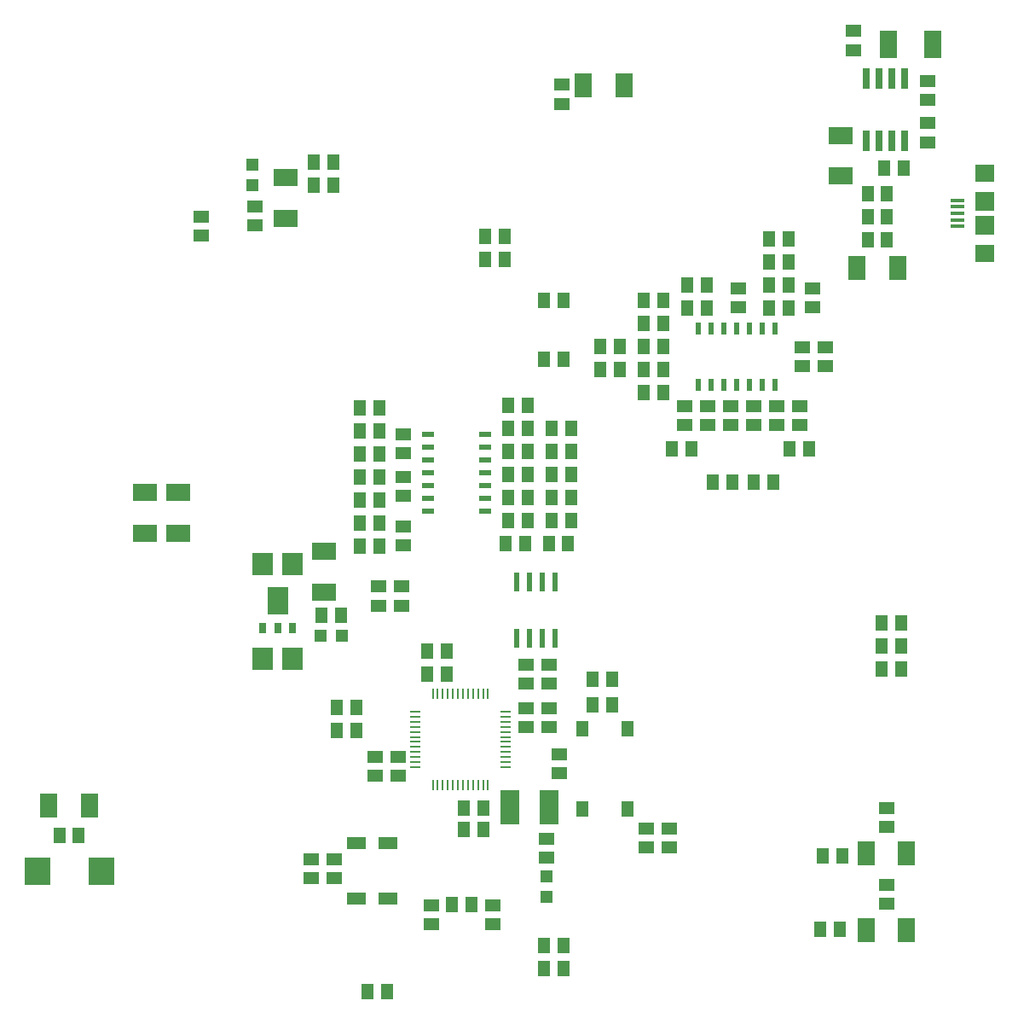
<source format=gbr>
G04 EAGLE Gerber RS-274X export*
G75*
%MOMM*%
%FSLAX34Y34*%
%LPD*%
%INSolderpaste Top*%
%IPPOS*%
%AMOC8*
5,1,8,0,0,1.08239X$1,22.5*%
G01*
%ADD10R,1.300000X1.500000*%
%ADD11R,1.500000X1.300000*%
%ADD12R,2.000000X2.200000*%
%ADD13R,2.550000X2.700000*%
%ADD14R,1.800000X2.400000*%
%ADD15R,2.400000X1.800000*%
%ADD16R,1.900000X3.400000*%
%ADD17R,1.350000X0.400000*%
%ADD18R,1.900000X1.800000*%
%ADD19R,1.900000X1.900000*%
%ADD20R,1.200000X1.200000*%
%ADD21R,1.300000X1.600000*%
%ADD22R,1.600000X1.300000*%
%ADD23R,1.300000X1.550000*%
%ADD24R,0.200000X1.000000*%
%ADD25R,1.000000X0.200000*%
%ADD26R,0.700000X1.100000*%
%ADD27R,2.000000X2.800000*%
%ADD28R,0.609600X1.905000*%
%ADD29R,0.600000X1.905000*%
%ADD30R,1.200000X0.600000*%
%ADD31R,0.600000X1.200000*%
%ADD32R,0.660400X2.032000*%
%ADD33R,1.900000X1.300000*%
%ADD34R,1.800000X2.700000*%


D10*
X486004Y193548D03*
X467004Y193548D03*
D11*
X563880Y932790D03*
X563880Y913790D03*
X853440Y986130D03*
X853440Y967130D03*
D12*
X296940Y457200D03*
X266940Y457200D03*
D10*
X318160Y833120D03*
X337160Y833120D03*
X318160Y855980D03*
X337160Y855980D03*
X884580Y849630D03*
X903580Y849630D03*
D11*
X551180Y314300D03*
X551180Y295300D03*
D10*
X595020Y317500D03*
X614020Y317500D03*
D11*
X495300Y118720D03*
X495300Y99720D03*
X434340Y118720D03*
X434340Y99720D03*
X314960Y164440D03*
X314960Y145440D03*
X337820Y164440D03*
X337820Y145440D03*
D10*
X511200Y568960D03*
X530200Y568960D03*
X573380Y546100D03*
X554380Y546100D03*
X530200Y614680D03*
X511200Y614680D03*
X508660Y477520D03*
X527660Y477520D03*
X570332Y477520D03*
X551332Y477520D03*
D11*
X528320Y314300D03*
X528320Y295300D03*
D10*
X530200Y523240D03*
X511200Y523240D03*
X65430Y187960D03*
X84430Y187960D03*
D13*
X43180Y152400D03*
X106680Y152400D03*
D10*
X602640Y650240D03*
X621640Y650240D03*
X602640Y673100D03*
X621640Y673100D03*
X708000Y711200D03*
X689000Y711200D03*
D11*
X812800Y711860D03*
X812800Y730860D03*
D10*
X770280Y711200D03*
X789280Y711200D03*
X430936Y347980D03*
X449936Y347980D03*
X430936Y370840D03*
X449936Y370840D03*
D12*
X296940Y363220D03*
X266940Y363220D03*
D11*
X378460Y247040D03*
X378460Y266040D03*
X401320Y247040D03*
X401320Y266040D03*
D10*
X486004Y214884D03*
X467004Y214884D03*
D14*
X585540Y932180D03*
X626040Y932180D03*
D15*
X289560Y800170D03*
X289560Y840670D03*
X327660Y469830D03*
X327660Y429330D03*
D14*
X906710Y170180D03*
X866210Y170180D03*
X906710Y93980D03*
X866210Y93980D03*
X857320Y750570D03*
X897820Y750570D03*
X54680Y217170D03*
X95180Y217170D03*
D15*
X149860Y528250D03*
X149860Y487750D03*
X182880Y528250D03*
X182880Y487750D03*
D16*
X512376Y215900D03*
X551376Y215900D03*
D17*
X957190Y805180D03*
X957190Y811680D03*
X957190Y798680D03*
X957190Y792180D03*
X957190Y818180D03*
D18*
X983940Y845180D03*
D19*
X983940Y817180D03*
X983940Y793180D03*
D18*
X983940Y765180D03*
D20*
X324780Y386080D03*
X345780Y386080D03*
X548640Y126660D03*
X548640Y147660D03*
X256540Y853780D03*
X256540Y832780D03*
D21*
X821080Y94488D03*
X840080Y94488D03*
X341020Y314960D03*
X360020Y314960D03*
X360020Y292100D03*
X341020Y292100D03*
D22*
X561340Y268580D03*
X561340Y249580D03*
D21*
X474320Y119380D03*
X455320Y119380D03*
D22*
X551180Y357480D03*
X551180Y338480D03*
X528320Y357480D03*
X528320Y338480D03*
D21*
X595020Y342900D03*
X614020Y342900D03*
D22*
X548640Y184760D03*
X548640Y165760D03*
D21*
X371500Y33020D03*
X390500Y33020D03*
X546760Y55880D03*
X565760Y55880D03*
D22*
X647700Y194920D03*
X647700Y175920D03*
D21*
X546760Y78740D03*
X565760Y78740D03*
X511200Y591820D03*
X530200Y591820D03*
X554380Y591820D03*
X573380Y591820D03*
X554380Y568960D03*
X573380Y568960D03*
X511200Y500380D03*
X530200Y500380D03*
X554380Y523240D03*
X573380Y523240D03*
X554380Y500380D03*
X573380Y500380D03*
X382880Y520700D03*
X363880Y520700D03*
X382880Y474980D03*
X363880Y474980D03*
D22*
X406400Y475640D03*
X406400Y494640D03*
X927100Y894690D03*
X927100Y875690D03*
D21*
X363880Y497840D03*
X382880Y497840D03*
X664820Y650240D03*
X645820Y650240D03*
X664820Y627380D03*
X645820Y627380D03*
X664820Y695960D03*
X645820Y695960D03*
X664820Y673100D03*
X645820Y673100D03*
X689000Y734060D03*
X708000Y734060D03*
X546760Y660400D03*
X565760Y660400D03*
X488340Y759460D03*
X507340Y759460D03*
X488340Y782320D03*
X507340Y782320D03*
D22*
X927100Y936600D03*
X927100Y917600D03*
D21*
X363880Y543560D03*
X382880Y543560D03*
X382880Y566420D03*
X363880Y566420D03*
X382880Y612140D03*
X363880Y612140D03*
X382880Y589280D03*
X363880Y589280D03*
D22*
X406400Y586080D03*
X406400Y567080D03*
D21*
X770280Y734060D03*
X789280Y734060D03*
X770280Y779780D03*
X789280Y779780D03*
X789280Y756920D03*
X770280Y756920D03*
X546760Y718820D03*
X565760Y718820D03*
X664820Y718820D03*
X645820Y718820D03*
X823620Y167640D03*
X842620Y167640D03*
D22*
X670560Y194920D03*
X670560Y175920D03*
X886460Y120040D03*
X886460Y139040D03*
X886460Y196240D03*
X886460Y215240D03*
D21*
X901040Y398780D03*
X882040Y398780D03*
X901040Y375920D03*
X882040Y375920D03*
X901040Y353060D03*
X882040Y353060D03*
D22*
X205740Y801980D03*
X205740Y782980D03*
X259080Y793140D03*
X259080Y812140D03*
D21*
X887070Y778510D03*
X868070Y778510D03*
X887070Y801370D03*
X868070Y801370D03*
X325780Y406400D03*
X344780Y406400D03*
X868070Y824230D03*
X887070Y824230D03*
D23*
X629560Y214250D03*
X629560Y293750D03*
X584560Y214250D03*
X584560Y293750D03*
D24*
X436050Y238210D03*
X441050Y238210D03*
X446050Y238210D03*
X451050Y238210D03*
X456050Y238210D03*
X461050Y238210D03*
X466050Y238210D03*
X471050Y238210D03*
X476050Y238210D03*
X481050Y238210D03*
X486050Y238210D03*
X491050Y238210D03*
D25*
X508550Y255710D03*
X508550Y260710D03*
X508550Y265710D03*
X508550Y270710D03*
X508550Y275710D03*
X508550Y280710D03*
X508550Y285710D03*
X508550Y290710D03*
X508550Y295710D03*
X508550Y300710D03*
X508550Y305710D03*
X508550Y310710D03*
D24*
X491050Y328210D03*
X486050Y328210D03*
X481050Y328210D03*
X476050Y328210D03*
X471050Y328210D03*
X466050Y328210D03*
X461050Y328210D03*
X456050Y328210D03*
X451050Y328210D03*
X446050Y328210D03*
X441050Y328210D03*
X436050Y328210D03*
D25*
X418550Y310710D03*
X418550Y305710D03*
X418550Y300710D03*
X418550Y295710D03*
X418550Y290710D03*
X418550Y285710D03*
X418550Y280710D03*
X418550Y275710D03*
X418550Y270710D03*
X418550Y265710D03*
X418550Y260710D03*
X418550Y255710D03*
D26*
X296940Y393980D03*
X266940Y393980D03*
D27*
X281940Y420480D03*
D26*
X281940Y393980D03*
D28*
X519430Y383480D03*
X532130Y383480D03*
X544830Y383480D03*
X557530Y383480D03*
D29*
X557530Y439480D03*
X544830Y439480D03*
X532130Y439480D03*
X519430Y439480D03*
D30*
X431740Y585470D03*
X431740Y572770D03*
X431740Y560070D03*
X431740Y547370D03*
X431740Y534670D03*
X431740Y521970D03*
X431740Y509270D03*
X487740Y509270D03*
X487740Y521970D03*
X487740Y534670D03*
X487740Y547370D03*
X487740Y560070D03*
X487740Y572770D03*
X487740Y585470D03*
D31*
X699770Y634940D03*
X712470Y634940D03*
X725170Y634940D03*
X737870Y634940D03*
X750570Y634940D03*
X763270Y634940D03*
X775970Y634940D03*
X775970Y690940D03*
X763270Y690940D03*
X750570Y690940D03*
X737870Y690940D03*
X725170Y690940D03*
X712470Y690940D03*
X699770Y690940D03*
D32*
X866140Y877316D03*
X866140Y938784D03*
X878840Y877316D03*
X891540Y877316D03*
X878840Y938784D03*
X891540Y938784D03*
X904240Y877316D03*
X904240Y938784D03*
D33*
X359920Y179900D03*
X359920Y124900D03*
X391920Y124900D03*
X391920Y179900D03*
D22*
X708660Y614020D03*
X708660Y595020D03*
X731520Y614020D03*
X731520Y595020D03*
X777240Y614020D03*
X777240Y595020D03*
D11*
X825500Y672440D03*
X825500Y653440D03*
X802640Y653440D03*
X802640Y672440D03*
D21*
X774040Y538480D03*
X755040Y538480D03*
X714400Y538480D03*
X733400Y538480D03*
X692760Y571500D03*
X673760Y571500D03*
X809600Y571500D03*
X790600Y571500D03*
D10*
X530200Y546100D03*
X511200Y546100D03*
D11*
X406400Y524916D03*
X406400Y543916D03*
X754380Y614020D03*
X754380Y595020D03*
X739140Y711860D03*
X739140Y730860D03*
D15*
X840740Y882580D03*
X840740Y842080D03*
D22*
X405130Y415950D03*
X405130Y434950D03*
X382270Y415950D03*
X382270Y434950D03*
D34*
X932590Y972820D03*
X888590Y972820D03*
D22*
X800100Y614020D03*
X800100Y595020D03*
X685800Y614020D03*
X685800Y595020D03*
M02*

</source>
